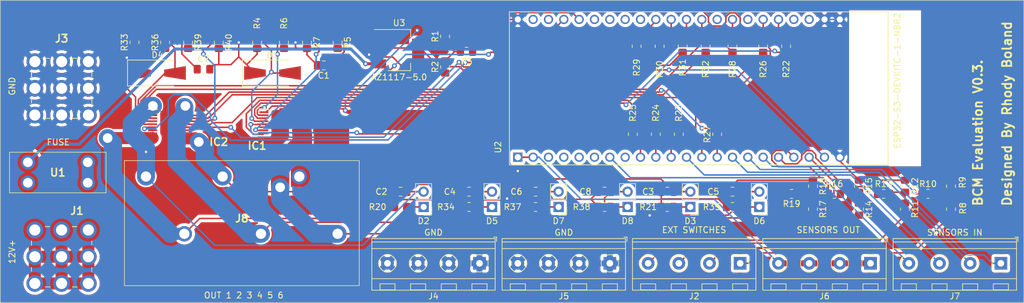
<source format=kicad_pcb>
(kicad_pcb (version 20221018) (generator pcbnew)
  (layers (0 "F.Cu" signal) (31 "B.Cu" signal) (34 "B.Paste" user) (35 "F.Paste" user) (36 "B.SilkS" user "B.Silkscreen") (37 "F.SilkS" user "F.Silkscreen") (38 "B.Mask" user) (39 "F.Mask" user) (44 "Edge.Cuts" user))
  (net 0 "")
  (net 1 "/Dual_CS")
  (net 2 "GND")
  (net 3 "/OUT0")
  (net 4 "/OUT4")
  (net 5 "/OUT1")
  (net 6 "/OUT5")
  (net 7 "/OUT2")
  (net 8 "/Quad_CS")
  (net 9 "/OUT3")
  (net 10 "Net-(D1-A)")
  (net 11 "Net-(D2-K)")
  (net 12 "Net-(D3-K)")
  (net 13 "Net-(D4-A)")
  (net 14 "Net-(D5-K)")
  (net 15 "Net-(D6-K)")
  (net 16 "Net-(D7-K)")
  (net 17 "Net-(D8-K)")
  (net 18 "/EXT_SWITCH0")
  (net 19 "/EXT_SWITCH1")
  (net 20 "/EXT_SWITCH2")
  (net 21 "/EXT_SWITCH3")
  (net 22 "+3V3")
  (net 23 "Net-(J7-Pin_1)")
  (net 24 "Net-(J7-Pin_2)")
  (net 25 "Net-(J7-Pin_3)")
  (net 26 "Net-(J7-Pin_4)")
  (net 27 "Net-(R1-Pad1)")
  (net 28 "+12V")
  (net 29 "/VBAT_ADC")
  (net 30 "Net-(IC1-CS)")
  (net 31 "Net-(IC1-FaultRST)")
  (net 32 "Net-(R10-Pad2)")
  (net 33 "/EXT0")
  (net 34 "Net-(R11-Pad1)")
  (net 35 "/EXT1")
  (net 36 "Net-(R14-Pad1)")
  (net 37 "/EXT2")
  (net 38 "Net-(R17-Pad1)")
  (net 39 "/EXT3")
  (net 40 "Net-(U2-GPIO21)")
  (net 41 "/Dual_SEN")
  (net 42 "Net-(U2-GPIO18)")
  (net 43 "/Dual_SEL")
  (net 44 "Net-(U2-GPIO17)")
  (net 45 "/Dual_INPUT1")
  (net 46 "Net-(U2-GPIO16)")
  (net 47 "/Dual_INPUT0")
  (net 48 "Net-(U2-GPIO47)")
  (net 49 "/Quad_SEL0")
  (net 50 "Net-(U2-GPIO46)")
  (net 51 "/Quad_SEL1")
  (net 52 "Net-(U2-GPIO45)")
  (net 53 "/Quad_SEN")
  (net 54 "Net-(U2-GPIO38)")
  (net 55 "/Quad_INPUT0")
  (net 56 "Net-(U2-GPIO37)")
  (net 57 "/Quad_INPUT1")
  (net 58 "Net-(U2-GPIO36)")
  (net 59 "/Quad_INPUT2")
  (net 60 "Net-(U2-GPIO35)")
  (net 61 "/Quad_INPUT3")
  (net 62 "Net-(IC2-~{FAULTRST})")
  (net 63 "Net-(IC2-CS)")
  (net 67 "Net-(U3-VI)")
  (net 68 "+5V")
  (footprint "Resistor_SMD:R_0805_2012Metric_Pad1.20x1.40mm_HandSolder" (layer "F.Cu") (at 151.765 130.54 -90)
    (fp_text reference "R18")
    (fp_text value "4K7")
  )
  (footprint "Capacitor_SMD:C_0805_2012Metric_Pad1.18x1.45mm_HandSolder" (layer "F.Cu") (at 94.785 131.445 180)
    (fp_text reference "C4")
    (fp_text value "10nF")
  )
  (footprint "Resistor_SMD:R_0805_2012Metric_Pad1.20x1.40mm_HandSolder" (layer "F.Cu") (at 117.2425 133.985)
    (fp_text reference "R38")
    (fp_text value "2K2")
  )
  (footprint "3568 Fuse Holder:3568" (layer "F.Cu") (at 21.71 129.97)
    (fp_text reference "U1")
    (fp_text value "3568" hide)
  )
  (footprint "Capacitor_SMD:C_0805_2012Metric_Pad1.18x1.45mm_HandSolder" (layer "F.Cu") (at 138.43 131.445 180)
    (fp_text reference "C5")
    (fp_text value "10nF")
  )
  (footprint "Resistor_SMD:R_0805_2012Metric_Pad1.20x1.40mm_HandSolder" (layer "F.Cu") (at 39.37 106.68 90)
    (fp_text reference "R33")
    (fp_text value "4K7")
  )
  (footprint "6.36 1x6 Term:1017519" (layer "F.Cu") (at 41.275 128.94)
    (fp_text reference "J8")
    (fp_text value "Output Header" hide)
  )
  (footprint "TerminalBlock_RND:TerminalBlock_RND_205-00234_1x04_P5.08mm_Horizontal" (layer "F.Cu") (at 161.29 143.335 180)
    (fp_text reference "J6")
    (fp_text value "SENSORS OUT")
  )
  (footprint "Resistor_SMD:R_0805_2012Metric_Pad1.20x1.40mm_HandSolder" (layer "F.Cu") (at 48.26 106.68 -90)
    (fp_text reference "R39")
    (fp_text value "15K")
  )
  (footprint "Resistor_SMD:R_0805_2012Metric_Pad1.20x1.40mm_HandSolder" (layer "F.Cu") (at 174.625 134.35 -90)
    (fp_text reference "R8")
    (fp_text value "15K")
  )
  (footprint "Resistor_SMD:R_0805_2012Metric_Pad1.20x1.40mm_HandSolder" (layer "F.Cu") (at 159.385 130.54 -90)
    (fp_text reference "R15")
    (fp_text value "4K7")
  )
  (footprint "Resistor_SMD:R_0805_2012Metric_Pad1.20x1.40mm_HandSolder" (layer "F.Cu") (at 90.83 105.68 90)
    (fp_text reference "R1")
    (fp_text value "15K")
  )
  (footprint "Resistor_SMD:R_0805_2012Metric_Pad1.20x1.40mm_HandSolder" (layer "F.Cu") (at 133.985 107.315 -90)
    (fp_text reference "R32")
    (fp_text value "15K")
  )
  (footprint "M4 Term:74650194R" (layer "F.Cu") (at 22.86 137.74)
    (fp_text reference "J1")
    (fp_text value "12V+ Terminal" hide)
  )
  (footprint "Capacitor_SMD:C_0805_2012Metric_Pad1.18x1.45mm_HandSolder" (layer "F.Cu") (at 83.455 131.445 180)
    (fp_text reference "C2")
    (fp_text value "10nF")
  )
  (footprint "Diode_SMD:D_SMA-SMB_Universal_Handsoldering" (layer "F.Cu") (at 43.18 111.76)
    (fp_text reference "D4")
    (fp_text value "ES1DL")
  )
  (footprint "Connector_PinHeader_2.54mm:PinHeader_1x02_P2.54mm_Vertical" (layer "F.Cu") (at 98.595 133.985 180)
    (fp_text reference "D5")
    (fp_text value "LED")
  )
  (footprint "Resistor_SMD:R_0805_2012Metric_Pad1.20x1.40mm_HandSolder" (layer "F.Cu") (at 151.765 134.35 -90)
    (fp_text reference "R17")
    (fp_text value "15K")
  )
  (footprint "ESP32-S3-DEVKITC-1-N8R2:XCVR_ESP32-S3-DEVKITC-1-N8R2" (layer "F.Cu") (at 132.84 114.3 90)
    (fp_text reference "U2")
    (fp_text value "ESP32-S3-DEVKITC-1-N8R2")
  )
  (footprint "Resistor_SMD:R_0805_2012Metric_Pad1.20x1.40mm_HandSolder" (layer "F.Cu") (at 73.025 106.68 -90)
    (fp_text reference "R5")
    (fp_text value "15K")
  )
  (footprint "Resistor_SMD:R_0805_2012Metric_Pad1.20x1.40mm_HandSolder" (layer "F.Cu") (at 122.555 107.315 -90)
    (fp_text reference "R29")
    (fp_text value "15K")
  )
  (footprint "Resistor_SMD:R_0805_2012Metric_Pad1.20x1.40mm_HandSolder" (layer "F.Cu") (at 64.135 106.68 90)
    (fp_text reference "R6")
    (fp_text value "15K")
  )
  (footprint "VNQ90xx:SOP50P600X170-17N" (layer "F.Cu") (at 45.085 120.015)
    (fp_text reference "IC2")
    (fp_text value "VNQ9080AJTR" hide)
  )
  (footprint "M4 Term:74650194R" (layer "F.Cu") (at 22.87 109.8)
    (fp_text reference "J3")
    (fp_text value "GND Terminal" hide)
  )
  (footprint "Resistor_SMD:R_0805_2012Metric_Pad1.20x1.40mm_HandSolder" (layer "F.Cu") (at 167.005 134.35 -90)
    (fp_text reference "R11")
    (fp_text value "15K")
  )
  (footprint "Resistor_SMD:R_0805_2012Metric_Pad1.20x1.40mm_HandSolder" (layer "F.Cu") (at 83.455 133.985)
    (fp_text reference "R20")
    (fp_text value "2K2")
  )
  (footprint "Resistor_SMD:R_0805_2012Metric_Pad1.20x1.40mm_HandSolder" (layer "F.Cu") (at 163.465 131.81)
    (fp_text reference "R13")
    (fp_text value "1K")
  )
  (footprint "Resistor_SMD:R_0805_2012Metric_Pad1.20x1.40mm_HandSolder" (layer "F.Cu") (at 127.635 133.985)
    (fp_text reference "R21")
    (fp_text value "2K2")
  )
  (footprint "Resistor_SMD:R_0805_2012Metric_Pad1.20x1.40mm_HandSolder" (layer "F.Cu") (at 155.305 131.81)
    (fp_text reference "R16")
    (fp_text value "1K")
  )
  (footprint "Resistor_SMD:R_0805_2012Metric_Pad1.20x1.40mm_HandSolder" (layer "F.Cu") (at 59.69 106.68 90)
    (fp_text reference "R4")
    (fp_text value "4K7")
  )
  (footprint "TerminalBlock_RND:TerminalBlock_RND_205-00234_1x04_P5.08mm_Horizontal" (layer "F.Cu") (at 96.52 143.335 180)
    (fp_text reference "J4")
    (fp_text value "GND")
  )
  (footprint "Connector_PinHeader_2.54mm:PinHeader_1x02_P2.54mm_Vertical" (layer "F.Cu") (at 131.445 133.985 180)
    (fp_text reference "D3")
    (fp_text value "LED")
  )
  (footprint "Resistor_SMD:R_0805_2012Metric_Pad1.20x1.40mm_HandSolder" (layer "F.Cu") (at 94.37 108.22 180)
    (fp_text reference "R3")
    (fp_text value "1K")
  )
  (footprint "TerminalBlock_RND:TerminalBlock_RND_205-00234_1x04_P5.08mm_Horizontal" (layer "F.Cu") (at 139.7 143.335 180)
    (fp_text reference "J2")
    (fp_text value "EXT SWITCHES")
  )
  (footprint "Resistor_SMD:R_0805_2012Metric_Pad1.20x1.40mm_HandSolder" (layer "F.Cu") (at 159.385 134.35 -90)
    (fp_text reference "R14")
    (fp_text value "15K")
  )
  (footprint "VND90xx:SOP50P600X170-17N" (layer "F.Cu") (at 63.5 120.015)
    (fp_text reference "IC1")
    (fp_text value "VND9012AJ" hide)
  )
  (footprint "Resistor_SMD:R_0805_2012Metric_Pad1.20x1.40mm_HandSolder" (layer "F.Cu") (at 44.45 106.68 90)
    (fp_text reference "R36")
    (fp_text value "15K")
  )
  (footprint "Package_TO_SOT_SMD:SOT-223-3_TabPin2" (layer "F.Cu") (at 83.21 107.95)
    (fp_text reference "U3")
    (fp_text value "AZ1117-5.0")
  )
  (footprint "Resistor_SMD:R_0805_2012Metric_Pad1.20x1.40mm_HandSolder" (layer "F.Cu") (at 138.43 107.315 -90)
    (fp_text reference "R28")
    (fp_text value "15K")
  )
  (footprint "Resistor_SMD:R_0805_2012Metric_Pad1.20x1.40mm_HandSolder" (layer "F.Cu") (at 53.34 106.68 -90)
    (fp_text reference "R40")
    (fp_text value "1K")
  )
  (footprint "Capacitor_SMD:C_0805_2012Metric_Pad1.18x1.45mm_HandSolder" (layer "F.Cu") (at 127.635 131.445 180)
    (fp_text reference "C3")
    (fp_text value "10nF")
  )
  (footprint "Connector_PinHeader_2.54mm:PinHeader_1x02_P2.54mm_Vertical" (layer "F.Cu") (at 109.6225 133.985 180)
    (fp_text reference "D7")
    (fp_text value "LED")
  )
  (footprint "Resistor_SMD:R_0805_2012Metric_Pad1.20x1.40mm_HandSolder" (layer "F.Cu") (at 148.225 131.81 180)
    (fp_text reference "R19")
    (fp_text value "1K")
  )
  (footprint "Resistor_SMD:R_0805_2012Metric_Pad1.20x1.40mm_HandSolder" (layer "F.Cu") (at 167.005 130.54 -90)
    (fp_text reference "R12")
    (fp_text value "4K7")
  )
  (footprint "Resistor_SMD:R_0805_2012Metric_Pad1.20x1.40mm_HandSolder" (layer "F.Cu") (at 135.89 121.92 90)
    (fp_text reference "R27")
    (fp_text value "15K")
  )
  (footprint "Diode_SMD:D_SMA-SMB_Universal_Handsoldering" (layer "F.Cu") (at 62.23 111.76)
    (fp_text reference "D1")
    (fp_text value "ES1DL")
  )
  (footprint "Connector_PinHeader_2.54mm:PinHeader_1x02_P2.54mm_Vertical" (layer "F.Cu") (at 142.875 133.985 180)
    (fp_text reference "D6")
    (fp_text value "LED")
  )
  (footprint "Resistor_SMD:R_0805_2012Metric_Pad1.20x1.40mm_HandSolder" (layer "F.Cu") (at 90.83 110.76 90)
    (fp_text reference "R2")
    (fp_text value "4K7")
  )
  (footprint "Capacitor_SMD:C_0805_2012Metric_Pad1.18x1.45mm_HandSolder" (layer "F.Cu") (at 117.2425 131.445 180)
    (fp_text reference "C8")
    (fp_text value "10nF")
  )
  (footprint "Resistor_SMD:R_0805_2012Metric_Pad1.20x1.40mm_HandSolder" (layer "F.Cu") (at 174.625 130.54 -90)
    (fp_text reference "R9")
    (fp_text value "4K7")
  )
  (footprint "Resistor_SMD:R_0805_2012Metric_Pad1.20x1.40mm_HandSolder" (layer "F.Cu") (at 105.8125 133.985)
    (fp_text reference "R37")
    (fp_text value "2K2")
  )
  (footprint "Connector_PinHeader_2.54mm:PinHeader_1x02_P2.54mm_Vertical" (layer "F.Cu") (at 121.0525 133.985 180)
    (fp_text reference "D8")
    (fp_text value "LED")
  )
  (footprint "Capacitor_SMD:C_0805_2012Metric_Pad1.18x1.45mm_HandSolder" (layer "F.Cu") (at 70.7175 110.49 180)
    (fp_text reference "C1")
    (fp_text value "10nF")
  )
  (footprint "Resistor_SMD:R_0805_2012Metric_Pad1.20x1.40mm_HandSolder" (layer "F.Cu") (at 129.54 121.92 90)
    (fp_text reference "R23")
    (fp_text value "15K")
  )
  (footprint "Resistor_SMD:R_0805_2012Metric_Pad1.20x1.40mm_HandSolder" (layer "F.Cu") (at 94.785 133.985)
    (fp_text reference "R34")
    (fp_text value "2K2")
  )
  (footprint "Connector_PinHeader_2.54mm:PinHeader_1x02_P2.54mm_Vertical" (layer "F.Cu") (at 87.265 133.985 180)
    (fp_text reference "D2")
    (fp_text value "LED")
  )
  (footprint "Resistor_SMD:R_0805_2012Metric_Pad1.20x1.40mm_HandSolder" (layer "F.Cu") (at 147.32 107.315 -90)
    (fp_text reference "R22")
    (fp_text value "15K")
  )
  (footprint "Resistor_SMD:R_0805_2012Metric_Pad1.20x1.40mm_HandSolder" (layer "F.Cu") (at 143.51 107.315 -90)
    (fp_text reference "R26")
    (fp_text value "15K")
  )
  (footprint "Capacitor_SMD:C_0805_2012Metric_Pad1.18x1.45mm_HandSolder" (layer "F.Cu") (at 50.8 111.125)
    (fp_text reference "C7")
    (fp_text value "10nF")
  )
  (footprint "Capacitor_SMD:C_0805_2012Metric_Pad1.18x1.45mm_HandSolder" (layer "F.Cu") (at 105.8125 131.445 180)
    (fp_text reference "C6")
    (fp_text value "10nF")
  )
  (footprint "Resistor_SMD:R_0805_2012Metric_Pad1.20x1.40mm_HandSolder" (layer "F.Cu") (at 138.43 133.985)
    (fp_text reference "R35")
    (fp_text value "2K2")
  )
  (footprint "TerminalBlock_RND:TerminalBlock_RND_205-00234_1x04_P5.08mm_Horizontal" (layer "F.Cu") (at 182.88 143.335 180)
    (fp_text reference "J7")
    (fp_text value "SENSORS IN")
  )
  (footprint "Resistor_SMD:R_0805_2012Metric_Pad1.20x1.40mm_HandSolder" (layer "F.Cu") (at 126.365 107.315 -90)
    (fp_text reference "R30")
    (fp_text value "15K")
  )
  (footprint "Resistor_SMD:R_0805_2012Metric_Pad1.20x1.40mm_HandSolder" (layer "F.Cu") (at 125.73 121.92 90)
    (fp_text reference "R24")
    (fp_text value "15K")
  )
  (footprint "Resistor_SMD:R_0805_2012Metric_Pad1.20x1.40mm_HandSolder" (layer "F.Cu") (at 130.175 107.315 -90)
    (fp_text reference "R31")
    (fp_text value "15K")
  )
  (footprint "TerminalBlock_RND:TerminalBlock_RND_205-00234_1x04_P5.08mm_Horizontal" (layer "F.Cu") (at 118.11 143.335 180)
    (fp_text reference "J5")
    (fp_text value "GND")
  )
  (footprint "Resistor_SMD:R_0805_2012Metric_Pad1.20x1.40mm_HandSolder" (layer "F.Cu") (at 170.815 131.81)
    (fp_text reference "R10")
    (fp_text value "1K")
  )
  (footprint "Resistor_SMD:R_0805_2012Metric_Pad1.20x1.40mm_HandSolder" (layer "F.Cu") (at 67.945 106.68 -90)
    (fp_text reference "R7")
    (fp_text value "1K")
  )
  (footprint "Resistor_SMD:R_0805_2012Metric_Pad1.20x1.40mm_HandSolder" (layer "F.Cu") (at 121.92 121.92 90)
    (fp_text reference "R25")
    (fp_text value "15K")
  )
  (gr_rect (start 17.145 99.695) (end 186.69 149.86) (stroke (width 0.1)) (fill none) (layer "Edge.Cuts"))
  (gr_text "FUSE" (at 24.765 123.825) (layer "F.SilkS") (effects (font (size 1 1)) (justify left bottom)))
  (gr_text "GND" (at 19.685 115.57 90) (layer "F.SilkS") (effects (font (size 1 1)) (justify left bottom)))
  (gr_text "BCM Evaluation V0.3. \n\nDesigned By Rhody Boland" (at 184.785 133.985 90) (layer "F.SilkS") (effects (font (size 1.5 1.5) (thickness 0.3) bold) (justify left bottom)))
  (gr_text "12V+" (at 19.685 143.51 90) (layer "F.SilkS") (effects (font (size 1 1)) (justify left bottom)))
  (gr_text "OUT 1 2 3 4 5 6" (at 50.8 149.225) (layer "F.SilkS") (effects (font (size 1 1)) (justify left bottom)))
  (segment (start 111.899 101.739) (end 113.03 102.87) (width 0.25) (layer "F.Cu") (net 1))
  (segment (start 71.869 110.49) (end 74.0986 108.2604) (width 0.25) (layer "F.Cu") (net 1))
  (segment (start 71.755 110.49) (end 71.869 110.49) (width 0.25) (layer "F.Cu") (net 1))
  (segment (start 74.0986 106.7536) (end 79.1132 101.739) (width 0.25) (layer "F.Cu") (net 1))
  (segment (start 74.0986 108.2604) (end 74.0986 106.7536) (width 0.25) (layer "F.Cu") (net 1))
  (segment (start 74.0986 106.7536) (end 73.025 105.68) (width 0.25) (layer "F.Cu") (net 1))
  (segment (start 79.1132 101.739) (end 111.899 101.739) (width 0.25) (layer "F.Cu") (net 1))
  (segment (start 82.4175 131.445) (end 82.4175 132.5285) (width 0.25) (layer "F.Cu") (net 2))
  (segment (start 39.37 107.68) (end 44.45 107.68) (width 0.25) (layer "F.Cu") (net 2))
  (segment (start 93.785 132.7954) (end 93.785 133.985) (width 0.25) (layer "F.Cu") (net 2))
  (segment (start 104.8929 131.5629) (end 104.775 131.445) (width 0.25) (layer "F.Cu") (net 2))
  (segment (start 100.8846 132.7954) (end 93.785 132.7954) (width 0.25) (layer "F.Cu") (net 2))
  (segment (start 125.238 135.382) (end 126.635 133.985) (width 0.25) (layer "F.Cu") (net 2))
  (segment (start 55.3403 110.3737) (end 53.34 110.3737) (width 0.25) (layer "F.Cu") (net 2))
  (segment (start 104.8125 132.7954) (end 104.8929 132.715) (width 0.25) (layer "F.Cu") (net 2))
  (segment (start 159.385 129.54) (end 156.21 126.365) (width 0.25) (layer "F.Cu") (net 2))
  (segment (start 51.8375 111.125) (end 52.5888 110.3737) (width 0.25) (layer "F.Cu") (net 2))
  (segment (start 78.735 106.875) (end 78.232 107.378) (width 0.25) (layer "F.Cu") (net 2))
  (segment (start 80.06 105.65) (end 80.06 106.875) (width 0.25) (layer "F.Cu") (net 2))
  (segment (start 80.06 105.65) (end 80.06 104.5731) (width 0.25) (layer "F.Cu") (net 2))
  (segment (start 156.21 126.365) (end 156.21 125.73) (width 0.25) (layer "F.Cu") (net 2))
  (segment (start 82.6469 132.7579) (end 93.7475 132.7579) (width 0.25) (layer "F.Cu") (net 2))
  (segment (start 69.68 110.49) (end 69.7478 110.5577) (width 0.25) (layer "F.Cu") (net 2))
  (segment (start 78.62 109.1) (end 78.6929 109.1) (width 0.25) (layer "F.Cu") (net 2))
  (segment (start 64.135 107.68) (end 66.294 107.68) (width 0.25) (layer "F.Cu") (net 2))
  (segment (start 114.9725 132.715) (end 116.2425 133.985) (width 0.25) (layer "F.Cu") (net 2))
  (segment (start 67.945 108.755) (end 69.68 110.49) (width 0.25) (layer "F.Cu") (net 2))
  (segment (start 56.642 109.072) (end 55.3403 110.3737) (width 0.25) (layer "F.Cu") (net 2))
  (segment (start 93.7475 131.445) (end 93.7475 132.7579) (width 0.25) (layer "F.Cu") (net 2))
  (segment (start 174.625 129.54) (end 167.005 129.54) (width 0.25) (layer "F.Cu") (net 2))
  (segment (start 126.635 131.4825) (end 126.635 132.638) (width 0.25) (layer "F.Cu") (net 2))
  (segment (start 66.04 107.426) (end 66.294 107.68) (width 0.25) (layer "F.Cu") (net 2))
  (segment (start 52.5888 110.3737) (end 53.34 110.3737) (width 0.25) (layer "F.Cu") (net 2))
  (segment (start 78.6929 109.1) (end 82.1346 109.1) (width 0.25) (layer "F.Cu") (net 2))
  (segment (start 59.69 108.6274) (end 57.9437 110.3737) (width 0.25) (layer "F.Cu") (net 2))
  (segment (start 167.005 129.54) (end 159.385 129.54) (width 0.25) (layer "F.Cu") (net 2))
  (segment (start 139.2975 129.54) (end 137.3925 131.445) (width 0.25) (layer "F.Cu") (net 2))
  (segment (start 38.385 108.935) (end 38.385 108.665) (width 0.25) (layer "F.Cu") (net 2))
  (segment (start 151.765 129.54) (end 139.2975 129.54) (width 0.25) (layer "F.Cu") (net 2))
  (segment (start 136.1995 132.638) (end 136.1995 132.7545) (width 0.25) (layer "F.Cu") (net 2))
  (segment (start 38.1 109.22) (end 38.385 109.505) (width 0.25) (layer "F.Cu") (net 2))
  (segment (start 104.8929 132.715) (end 104.8929 131.5629) (width 0.25) (layer "F.Cu") (net 2))
  (segment (start 57.9437 110.3737) (end 59.33 111.76) (width 0.25) (layer "F.Cu") (net 2))
  (segment (start 104.8125 133.985) (end 104.8125 132.7954) (width 0.25) (layer "F.Cu") (net 2))
  (segment (start 126.635 132.638) (end 136.1995 132.638) (width 0.25) (layer "F.Cu") (net 2))
  (segment (start 78.232 108.712) (end 78.62 109.1) (width 0.25) (layer "F.Cu") (net 2))
  (segment (start 101.092 132.588) (end 100.8846 132.7954) (width 0.25) (layer "F.Cu") (net 2))
  (segment (start 126.635 132.638) (end 126.635 133.985) (width 0.25) (layer "F.Cu") (net 2))
  (segment (start 114.9725 132.715) (end 114.9725 132.6775) (width 0.25) (layer "F.Cu") (net 2))
  (segment (start 82.455 133.985) (end 82.455 132.9498) (width 0.25) (layer "F.Cu") (net 2))
  (segment (start 101.2994 132.7954) (end 101.092 132.588) (width 0.25) (layer "F.Cu") (net 2))
  (segment (start 38.385 108.665) (end 39.37 107.68) (width 0.25) (layer "F.Cu") (net 2))
  (segment (start 56.642 106.68) (end 56.642 109.072) (width 0.25) (layer "F.Cu") (net 2))
  (segment (start 66.294 107.68) (end 67.945 107.68) (width 0.25) (layer "F.Cu") (net 2))
  (segment (start 66.04 106.68) (end 66.04 107.426) (width 0.25) (layer "F.Cu") (net 2))
  (segment (start 38.385 109.865) (end 40.28 111.76) (width 0.25) (layer "F.Cu") (net 2))
  (segment (start 67.945 107.68) (end 67.945 108.755) (width 0.25) (layer "F.Cu") (net 2))
  (segment (start 104.8929 132.715) (end 114.9725 132.715) (width 0.25) (layer "F.Cu") (net 2))
  (segment (start 124.714 135.382) (end 125.238 135.382) (width 0.25) (layer "F.Cu") (net 2))
  (segment (start 80.06 106.875) (end 78.735 106.875) (width 0.25) (layer "F.Cu") (net 2))
  (segment (start 136.1995 132.7545) (end 137.43 133.985) (width 0.25) (layer "F.Cu") (net 2))
  (segment (start 82.4175 132.5285) (end 82.6469 132.7579) (width 0.25) (layer "F.Cu") (net 2))
  (segment (start 102.87 102.87) (end 81.7631 102.87) (width 0.25) (layer "F.Cu") (net 2))
  (segment (start 81.7631 102.87) (end 80.06 104.5731) (width 0.25) (layer "F.Cu") (net 2))
  (segment (start 93.7475 132.7579) (end 93.785 132.7954) (width 0.25) (layer "F.Cu") (net 2))
  (segment (start 38.1 109.22) (end 38.385 108.935) (width 0.25) (layer "F.Cu") (net 2))
  (segment (start 38.385 109.865) (end 38.385 109.505) (width 0.25) (layer "F.Cu") (net 2))
  (segment (start 84.7946 111.76) (end 90.83 111.76) (width 0.25) (layer "F.Cu") (net 2))
  (segment (start 114.9725 132.6775) (end 116.205 131.445) (width 0.25) (layer "F.Cu") (net 2))
  (segment (start 126.5975 131.445) (end 126.635 131.4825) (width 0.25) (layer "F.Cu") (net 2))
  (segment (start 56.642 109.072) (end 57.9437 110.3737) (width 0.25) (layer "F.Cu") (net 2))
  (segment (start 104.8125 132.7954) (end 101.2994 132.7954) (width 0.25) (layer "F.Cu") (net 2))
  (segment (start 82.1346 109.1) (end 84.7946 111.76) (width 0.25) (layer "F.Cu") (net 2))
  (segment (start 59.69 107.68) (end 59.69 108.6274) (width 0.25) (layer "F.Cu") (net 2))
  (segment (start 53.34 110.3737) (end 53.34 107.68) (width 0.25) (layer "F.Cu") (net 2))
  (segment (start 82.455 132.9498) (end 82.6469 132.7579) (width 0.25) (layer "F.Cu") (net 2))
  (segment (start 136.1995 132.638) (end 137.3925 131.445) (width 0.25) (layer "F.Cu") (net 2))
  (segment (start 78.232 107.378) (end 78.232 108.712) (width 0.25) (layer "F.Cu") (net 2))
  (via (at 38.1 109.22) (size 0.8) (drill 0.4) (layers "F.Cu" "B.Cu") (net 2))
  (via (at 56.642 106.68) (size 0.8) (drill 0.4) (layers "F.Cu" "B.Cu") (net 2))
  (via (at 101.092 132.588) (size 0.8) (drill 0.4) (layers "F.Cu" "B.Cu") (net 2))
  (via (at 78.232 108.712) (size 0.8) (drill 0.4) (layers "F.Cu" "B.Cu") (net 2))
  (via (at 124.714 135.382) (size 0.8) (drill 0.4) (layers "F.Cu" "B.Cu") (net 2))
  (via (at 66.04 106.68) (size 0.8) (drill 0.4) (layers "F.Cu" "B.Cu") (net 2))
  (segment (start 153.67 102.87) (end 156.21 102.87) (width 0.25) (layer "B.Cu") (net 2))
  (segment (start 42.4295 117.215498) (end 42.4295 117.3595) (width 2) (layer "F.Cu") (net 3))
  (segment (start 42.4295 117.3595) (end 42.385 117.404) (width 2) (layer "F.Cu") (net 3))
  (segment (start 42.385 117.404) (end 42.385 117.415) (width 2) (layer "F.Cu") (net 3))
  (segment (start 42.4861 118.1639) (end 42.385 118.265) (width 0.25) (layer "F.Cu") (net 3))
  (segment (start 84.4925 131.445) (end 87.265 131.445) (width 0.25) (layer "F.Cu") (net 3))
  (via (at 42.4295 117.215498) (size 2.4) (drill 1.6) (layers "F.Cu" "B.Cu") (net 3))
  (segment (start 38.9248 121.873749) (end 41.275 124.223949) (width 3) (layer "B.Cu") (net 3))
  (segment (start 41.843353 117.215498) (end 38.9248 120.134051) (width 3) (layer "B.Cu") (net 3))
  (segment (start 42.4295 117.215498) (end 42.4861 117.272098) (width 2) (layer "B.Cu") (net 3))
  (segment (start 41.275 124.223949) (end 41.275 128.94) (width 3) (layer "B.Cu") (net 3))
  (segment (start 42.4295 117.215498) (end 41.843353 117.215498) (width 3) (layer "B.Cu") (net 3))
  (segment (start 86.0881 131.445) (end 77.1981 140.335) (width 0.25) (layer "B.Cu") (net 3))
  (segment (start 87.265 131.445) (end 86.0881 131.445) (width 0.25) (layer "B.Cu") (net 3))
  (segment (start 77.1981 140.335) (end 52.67 140.335) (width 0.25) (layer "B.Cu") (net 3))
  (segment (start 38.9248 120.134051) (end 38.9248 121.873749) (width 3) (layer "B.Cu") (net 3))
  (segment (start 52.67 140.335) (end 41.275 128.94) (width 0.25) (layer "B.Cu") (net 3))
  (segment (start 128.6725 131.445) (end 130.2681 131.445) (width 0.25) (layer "F.Cu") (net 4))
  (segment (start 78.961504 129.3346) (end 78.121104 130.175) (width 0.25) (layer "F.Cu") (net 4))
  (segment (start 68.5119 130.175) (end 67.2769 128.94) (width 0.25) (layer "F.Cu") (net 4))
  (segment (start 128.6725 131.445) (end 126.5621 129.3346) (width 0.25) (layer "F.Cu") (net 4))
  (segment (start 78.121104 130.175) (end 68.5119 130.175) (width 0.25) (layer "F.Cu") (net 4))
  (segment (start 126.5621 129.3346) (end 78.961504 129.3346) (width 0.25) (layer "F.Cu") (net 4))
  (segment (start 131.445 131.445) (end 130.2681 131.445) (width 0.25) (layer "F.Cu") (net 4))
  (segment (start 79.6405 130.2493) (end 73.9998 135.89) (width 0.25) (layer "F.Cu") (net 5))
  (segment (start 73.9998 135.89) (end 50.175 135.89) (width 0.25) (layer "F.Cu") (net 5))
  (segment (start 97.4181 131.445) (end 95.8225 131.445) (width 0.25) (layer "F.Cu") (net 5))
  (segment (start 42.385 122.555) (end 42.385 121.765) (width 0.5) (layer "F.Cu") (net 5))
  (segment (start 34.925 122.555) (end 42.385 122.555) (width 2) (layer "F.Cu") (net 5))
  (segment (start 95.8225 131.445) (end 94.6268 130.2493) (width 0.25) (layer "F.Cu") (net 5))
  (segment (start 98.595 131.445) (end 97.4181 131.445) (width 0.25) (layer "F.Cu") (net 5))
  (segment (start 94.6268 130.2493) (end 79.6405 130.2493) (width 0.25) (layer "F.Cu") (net 5))
  (segment (start 50.175 135.89) (end 47.625 138.44) (width 0.25) (layer "F.Cu") (net 5))
  (via (at 34.925 122.555) (size 2.4) (drill 1.6) (layers "F.Cu" "B.Cu") (net 5))
  (segment (start 34.925 122.555) (end 35.814 123.444) (width 3) (layer "B.Cu") (net 5))
  (segment (start 35.814 128.905) (end 45.349 138.44) (width 3) (layer "B.Cu") (net 5))
  (segment (start 45.349 138.44) (end 47.625 138.44) (width 2) (layer "B.Cu") (net 5))
  (segment (start 35.814 123.444) (end 35.814 128.905) (width 3) (layer "B.Cu") (net 5))
  (segment (start 100.965 144.145) (end 100.965 139.065) (width 0.25) (layer "F.Cu") (net 6))
  (segment (start 102.235 145.415) (end 100.965 144.145) (width 0.25) (layer "F.Cu") (net 6))
  (segment (start 142.875 131.445) (end 141.6981 131.445) (width 0.25) (layer "F.Cu") (net 6))
  (segment (start 100.965 139.065) (end 100.33 138.43) (width 0.25) (layer "F.Cu") (net 6))
  (segment (start 138.43 132.4825) (end 138.43 134.6326) (width 0.25) (layer "F.Cu") (net 6))
  (segment (start 139.4675 131.445) (end 141.6981 131.445) (width 0.25) (layer "F.Cu") (net 6))
  (segment (start 130.2701 135.35) (end 120.2051 145.415) (width 0.25) (layer "F.Cu") (net 6))
  (segment (start 120.2051 145.415) (end 102.235 145.415) (width 0.25) (layer "F.Cu") (net 6))
  (segment (start 100.33 138.43) (end 73.035 138.43) (width 0.25) (layer "F.Cu") (net 6))
  (segment (start 73.035 138.43) (end 73.025 138.44) (width 0.25) (layer "F.Cu") (net 6))
  (segment (start 137.7126 135.35) (end 130.2701 135.35) (width 0.25) (layer "F.Cu") (net 6))
  (segment (start 139.4675 131.445) (end 138.43 132.4825) (width 0.25) (layer "F.Cu") (net 6))
  (segment (start 66.2 120.65) (end 66.2 120.765) (width 0.25) (layer "F.Cu") (net 6))
  (segment (start 138.43 134.6326) (end 137.7126 135.35) (width 0.25) (layer "F.Cu") (net 6))
  (via (at 63.5 130.7205) (size 2.4) (drill 1.6) (layers "F.Cu" "B.Cu") (net 6))
  (segment (start 63.5 132.715) (end 63.5 130.7205) (width 3) (layer "B.Cu") (net 6))
  (segment (start 73.025 138.44) (end 69.225 138.44) (width 3) (layer "B.Cu") (net 6))
  (segment (start 69.225 138.44) (end 63.5 132.715) (width 3) (layer "B.Cu") (net 6))
  (segment (start 62.868324 132.2455) (end 62.067824 131.445) (width 0.25) (layer "F.Cu") (net 7))
  (segment (start 106.85 131.445) (end 108.4456 131.445) (width 0.25) (layer "F.Cu") (net 7))
  (segment (start 109.6225 131.445) (end 108.4456 131.445) (width 0.25) (layer "F.Cu") (net 7))
  (segment (start 106.85 131.445) (end 105.1896 129.7846) (width 0.25) (layer "F.Cu") (net 7))
  (segment (start 56.48 131.445) (end 53.975 128.94) (width 0.25) (layer "F.Cu") (net 7))
  (segment (start 105.1896 129.7846) (end 79.1479 129.7846) (width 0.25) (layer "F.Cu") (net 7))
  (segment (start 77.4875 131.445) (end 64.932176 131.445) (width 0.25) (layer "F.Cu") (net 7))
  (segment (start 64.932176 131.445) (end 64.131676 132.2455) (width 0.25) (layer "F.Cu") (net 7))
  (segment (start 79.1479 129.7846) (end 77.4875 131.445) (width 0.25) (layer "F.Cu") (net 7))
  (segment (start 64.131676 132.2455) (end 62.868324 132.2455) (width 0.25) (layer "F.Cu") (net 7))
  (segment (start 49.4495 122.615) (end 47.785 122.615) (width 2) (layer "F.Cu") (net 7))
  (segment (start 50.0245 123.19) (end 49.4495 122.615) (width 2) (layer "F.Cu") (net 7))
  (segment (start 62.067824 131.445) (end 56.48 131.445) (width 0.25) (layer "F.Cu") (net 7))
  (via (at 50.0245 123.19) (size 2.4) (drill 1.6) (layers "F.Cu" "B.Cu") (net 7))
  (segment (start 50.0245 123.19) (end 51.0301 124.1956) (width 3) (layer "B.Cu") (net 7))
  (segment (start 51.0301 124.1956) (end 51.0301 125.9951) (width 3) (layer "B.Cu") (net 7))
  (segment (start 51.0301 125.9951) (end 53.975 128.94) (width 3) (layer "B.Cu") (net 7))
  (segment (start 137.978507 101.78) (end 137.34 102.418507) (width 0.25) (layer "F.Cu") (net 8))
  (segment (start 49.546 104.394) (end 48.26 105.68) (width 0.25) (layer "F.Cu") (net 8))
  (segment (start 135.078507 103.96) (end 134.44 103.321493) (width 0.25) (layer "F.Cu") (net 8))
  (segment (start 139.7 104.1221) (end 139.7 102.598507) (width 0.25) (layer "F.Cu") (net 8))
  (segment (start 144.69 107.812695) (end 144.209605 107.3323) (width 0.25) (layer "F.Cu") (net 8))
  (segment (start 137.34 102.418507) (end 137.34 103.321493) (width 0.25) (layer "F.Cu") (net 8))
  (segment (start 144.69 109.056) (end 144.69 107.812695) (width 0.25) (layer "F.Cu") (net 8))
  (segment (start 134.44 103.321493) (end 134.44 102.418507) (width 0.25) (layer "F.Cu") (net 8))
  (segment (start 133.35 125.73) (end 133.35 122.428) (width 0.25) (layer "F.Cu") (net 8))
  (segment (start 136.701493 103.96) (end 135.078507 103.96) (width 0.25) (layer "F.Cu") (net 8))
  (segment (start 133.310493 101.289) (end 78.926804 101.289) (width 0.25) (layer "F.Cu") (net 8))
  (segment (start 132.334 116.84) (end 132.8927 116.2813) (width 0.25) (layer "F.Cu") (net 8))
  (segment (start 134.44 102.418507) (end 133.310493 101.289) (width 0.25) (layer "F.Cu") (net 8))
  (segment (start 138.881493 101.78) (end 137.978507 101.78) (width 0.25) (layer "F.Cu") (net 8))
  (segment (start 47.2226 106.7174) (end 48.26 105.68) (width 0.25) (layer "F.Cu") (net 8))
  (segment (start 78.926804 101.289) (end 75.821804 104.394) (width 0.25) (layer "F.Cu") (net 8))
  (segment (start 75.821804 104.394) (end 49.546 104.394) (width 0.25) (layer "F.Cu") (net 8))
  (segment (start 139.7 102.598507) (end 138.881493 101.78) (width 0.25) (layer "F.Cu") (net 8))
  (segment (start 137.34 103.321493) (end 136.701493 103.96) (width 0.25) (layer "F.Cu") (net 8))
  (segment (start 132.8927 116.2813) (end 137.4647 116.2813) (width 0.25) (layer "F.Cu") (net 8))
  (segment (start 133.35 122.428) (end 132.334 121.412) (width 0.25) (layer "F.Cu") (net 8))
  (segment (start 142.9102 107.3323) (end 139.7 104.1221) (width 0.25) (layer "F.Cu") (net 8))
  (segment (start 132.334 121.412) (end 132.334 116.84) (width 0.25) (layer "F.Cu") (net 8))
  (segment (start 144.209605 107.3323) (end 142.9102 107.3323) (width 0.25) (layer "F.Cu") (net 8))
  (segment (start 137.4647 116.2813) (end 144.69 109.056) (width 0.25) (layer "F.Cu") (net 8))
  (segment (start 49.7625 111.125) (end 47.2226 108.5851) (width 0.25) (layer "F.Cu") (net 8))
  (segment (start 47.2226 108.5851) (end 47.2226 106.7174) (width 0.25) (layer "F.Cu") (net 8))
  (segment (start 121.0525 131.445) (end 119.8756 131.445) (width 0.25) (layer "F.Cu") (net 9))
  (segment (start 62.24 136.525) (end 115.3328 136.525) (width 0.25) (layer "F.Cu") (net 9))
  (segment (start 117.2425 134.6153) (end 117.2425 132.4825) (width 0.25) (layer "F.Cu") (net 9))
  (segment (start 47.785 118.265) (end 47.785 117.232599) (width 0.25) (layer "F.Cu") (net 9))
  (segment (start 117.2425 132.4825) (end 118.28 131.445) (width 0.25) (layer "F.Cu") (net 9))
  (segment (start 118.28 131.445) (end 119.8756 131.445) (width 0.25) (layer "F.Cu") (net 9))
  (segment (start 47.785 117.232599) (end 47.802101 117.215498) (width 0.25) (layer "F.Cu") (net 9))
  (segment (start 60.325 138.44) (end 62.24 136.525) (width 0.25) (layer "F.Cu") (net 9))
  (segment (start 47.802101 117.215498) (end 48.26 117.673397) (width 0.25) (layer "F.Cu") (net 9))
  (segment (start 115.3328 136.525) (end 117.2425 134.6153) (width 0.25) (layer "F.Cu") (net 9))
  (segment (start 48.26 117.673397) (end 48.26 117.79) (width 0.25) (layer "F.Cu") (net 9))
  (via (at 47.802101 117.215498) (size 2.4) (drill 1.6) (layers "F.Cu" "B.Cu") (net 9))
  (segment (start 47.802101 117.215498) (end 47.625 117.392599) (width 2) (layer "B.Cu") (net 9))
  (segment (start 58.43 138.44) (end 60.325 138.44) (width 3) (layer "B.Cu") (net 9))
  (segment (start 46.355 120.05594) (end 46.355 126.365) (width 3) (layer "B.Cu") (net 9))
  (segment (start 47.625 117.392599) (end 47.625 118.78594) (width 3) (layer "B.Cu") (net 9))
  (segment (start 46.355 126.365) (end 58.43 138.44) (width 3) (layer "B.Cu") (net 9))
  (segment (start 47.625 118.78594) (end 46.355 120.05594) (width 3) (layer "B.Cu") (net 9))
  (segment (start 59.69 105.68) (end 62.0493 108.0393) (width 0.25) (layer "F.Cu") (net 10))
  (segment (start 62.2038 111.76) (end 62.0493 111.6055) (width 0.25) (layer "F.Cu") (net 10))
  (segment (start 59.2703 119.765) (end 58.7965 119.2912) (width 0.25) (layer "F.Cu") (net 10))
  (segment (start 65.13 111.76) (end 62.2038 111.76) (width 0.25) (layer "F.Cu") (net 10))
  (segment (start 60.8 119.765) (end 59.2703 119.765) (width 0.25) (layer "F.Cu") (net 10))
  (segment (start 62.0493 108.0393) (end 62.0493 111.6055) (width 0.25) (layer "F.Cu") (net 10))
  (via (at 62.0493 111.6055) (size 0.8) (drill 0.4) (layers "F.Cu" "B.Cu") (net 10))
  (via (at 58.7965 119.2912) (size 0.8) (drill 0.4) (layers "F.Cu" "B.Cu") (net 10))
  (segment (start 62.0493 111.6055) (end 58.7965 114.8583) (width 0.25) (layer "B.Cu") (net 10))
  (segment (start 58.7965 114.8583) (end 58.7965 119.2912) (width 0.25) (layer "B.Cu") (net 10))
  (segment (start 84.455 133.985) (end 87.265 133.985) (width 0.25) (layer "F.Cu") (net 11))
  (segment (start 128.635 133.985) (end 131.445 133.985) (width 0.25) (layer "F.Cu") (net 12))
  (segment (start 46.08 111.76) (end 46.08 107.6682) (width 0.25) (layer "F.Cu") (net 13))
  (segment (start 40.005 118.762) (end 41.008 119.765) (width 0.25) (layer "F.Cu") (net 13))
  (segment (start 41.008 119.765) (end 42.385 119.765) (width 0.25) (layer "F.Cu") (net 13))
  (segment (start 44.45 111.76) (end 40.005 116.205) (width 0.25) (layer "F.Cu") (net 13))
  (segment (start 40.005 116.205) (end 40.005 118.762) (width 0.25) (layer "F.Cu") (net 13))
  (segment (start 40.4312 106.7412) (end 39.37 105.68) (width 0.25) (layer "F.Cu") (net 13))
  (segment (start 46.08 111.76) (end 44.45 111.76) (width 0.25) (layer "F.Cu") (net 13))
  (segment (start 46.08 107.6682) (end 45.153 106.7412) (width 0.25) (layer "F.Cu") (net 13))
  (segment (start 45.153 106.7412) (end 40.4312 106.7412) (width 0.25) (layer "F.Cu") (net 13))
  (segment (start 95.785 133.985) (end 98.595 133.985) (width 0.25) (layer "F.Cu") (net 14))
  (segment (start 139.43 133.985) (end 142.875 133.985) (width 0.25) (layer "F.Cu") (net 15))
  (segment (start 106.8125 133.985) (end 109.6225 133.985) (width 0.25) (layer "F.Cu") (net 16))
  (segment (start 118.2425 133.985) (end 121.0525 133.985) (width 0.25) (layer "F.Cu") (net 17))
  (segment (start 141.0769 143.335) (end 142.8069 141.605) (width 0.25) (layer "F.Cu") (net 18))
  (segment (start 168.37 141.605) (end 174.625 135.35) (width 0.25) (layer "F.Cu") (net 18))
  (segment (start 139.7 143.335) (end 141.0769 143.335) (width 0.25) (layer "F.Cu") (net 18))
  (segment (start 142.8069 141.605) (end 168.37 141.605) (width 0.25) (layer "F.Cu") (net 18))
  (segment (start 137.9584 139.9966) (end 134.62 143.335) (width 0.25) (layer "F.Cu") (net 19))
  (segment (start 167.005 135.35) (end 162.3584 139.9966) (width 0.25) (layer "F.Cu") (net 19))
  (segment (start 162.3584 139.9966) (end 137.9584 139.9966) (width 0.25) (layer "F.Cu") (net 19))
  (segment (start 155.2401 139.4949) (end 159.385 135.35) (width 0.25) (layer "F.Cu") (net 20))
  (segment (start 129.54 143.335) (end 133.3801 139.4949) (width 0.25) (layer "F.Cu") (net 20))
  (segment (start 133.3801 139.4949) (end 155.2401 139.4949) (width 0.25) (layer "F.Cu") (net 20))
  (segment (start 124.46 143.335) (end 131.9931 135.8019) (width 0.25) (layer "F.Cu") (net 21))
  (segment (start 151.3131 135.8019) (end 151.765 135.35) (width 0.25) (layer "F.Cu") (net 21))
  (segment (start 131.9931 135.8019) (end 151.3131 135.8019) (width 0.25) (layer "F.Cu") (net 21))
  (segment (start 156.21 143.335) (end 161.29 143.335) (width 1) (layer "F.Cu") (net 22))
  (segment (start 102.87 125.73) (end 105.41 125.73) (width 0.25) (layer "F.Cu") (net 22))
  (segment (start 151.13 143.335) (end 156.21 143.335) (width 1) (layer "F.Cu") (net 22))
  (segment (start 146.05 143.335) (end 151.13 143.335) (width 1) (layer "F.Cu") (net 22))
  (segment (start 146.05 143.335) (end 135.4301 132.7151) (width 0.25) (layer "B.Cu") (net 22))
  (segment (start 106.3883 125.73) (end 105.41 125.73) (width 0.25) (layer "B.Cu") (net 22))
  (segment (start 135.4301 132.7151) (end 113.3734 132.7151) (width 0.25) (layer "B.Cu") (net 22))
  (segment (start 113.3734 132.7151) (end 106.3883 125.73) (width 0.25) (layer "B.Cu") (net 22))
  (segment (start 180.1262 141.9581) (end 181.5031 143.335) (width 0.25) (layer "B.Cu") (net 23))
  (segment (start 143.0153 127.7753) (end 163.144 127.7753) (width 0.25) (layer "B.Cu") (net 23))
  (segment (start 177.3268 141.9581) (end 180.1262 141.9581) (width 0.25) (layer "B.Cu") (net 23))
  (segment (start 163.144 127.7753) (end 177.3268 141.9581) (width 0.25) (layer "B.Cu") (net 23))
  (segment (start 181.5031 143.335) (end 182.88 143.335) (width 0.25) (layer "B.Cu") (net 23))
  (segment (start 140.97 125.73) (end 143.0153 127.7753) (width 0.25) (layer "B.Cu") (net 23))
  (segment (start 140.9253 128.2253) (end 162.6903 128.2253) (width 0.25) (layer "B.Cu") (net 24))
  (segment (start 162.6903 128.2253) (end 177.8 143.335) (width 0.25) (layer "B.Cu") (net 24))
  (segment (start 138.43 125.73) (end 140.9253 128.2253) (width 0.25) (layer "B.Cu") (net 24))
  (segment (start 158.0622 128.6772) (end 172.72 143.335) (width 0.25) (layer "B.Cu") (net 25))
  (segment (start 130.81 125.73) (end 133.7572 128.6772) (width 0.25) (layer "B.Cu") (net 25))
  (segment (start 133.7572 128.6772) (end 158.0622 128.6772) (width 0.25) (layer "B.Cu") (net 25))
  (segment (start 121.5091 129.1291) (end 153.4341 129.1291) (width 0.25) (layer "B.Cu") (net 26))
  (segment (start 118.11 125.73) (end 121.5091 129.1291) (width 0.25) (layer "B.Cu") (net 26))
  (segment (start 153.4341 129.1291) (end 167.64 143.335) (width 0.25) (layer "B.Cu") (net 26))
  (segment (start 90.83 106.68) (end 92.37 108.22) (width 0.25) (layer "F.Cu") (net 27))
  (segment (start 92.37 108.22) (end 90.83 109.76) (width 0.25) (layer "F.Cu") (net 27))
  (segment (start 93.37 108.22) (end 92.37 108.22) (width 0.25) (layer "F.Cu") (net 27))
  (segment (start 63.5 117.6958) (end 63.5 120.015) (width 0.25) (layer "F.Cu") (net 28))
  (segment (start 90.83 104.68) (end 86.2072 104.68) (width 0.25) (layer "F.Cu") (net 28))
  (segment (start 74.0127 117.6958) (end 63.5 117.6958) (width 0.25) (layer "F.Cu") (net 28))
  (segment (start 74.295 117.9781) (end 74.0127 117.6958) (width 0.25) (layer "F.Cu") (net 28))
  (via (at 74.295 117.9781) (size 0.8) (drill 0.4) (layers "F.Cu" "B.Cu") (net 28))
  (via (at 86.2072 104.68) (size 0.8) (drill 0.4) (layers "F.Cu" "B.Cu") (net 28))
  (segment (start 74.295 116.5922) (end 86.2072 104.68) (width 0.25) (layer "B.Cu") (net 28))
  (segment (start 31.63 126.57) (end 31.63 129.97) (width 2) (layer "B.Cu") (net 28))
  (segment (start 74.295 117.9781) (end 74.295 116.5922) (width 0.25) (layer "B.Cu") (net 28))
  (segment (start 108.436 104.924) (end 110.49 102.87) (width 0.25) (layer "F.Cu") (net 29))
  (segment (start 95.37 108.22) (end 98.666 104.924) (width 0.25) (layer "F.Cu") (net 29))
  (segment (start 98.666 104.924) (end 108.436 104.924) (width 0.25) (layer "F.Cu") (net 29))
  (segment (start 69.945 108.1655) (end 69.945 107.68) (width 0.25) (layer "F.Cu") (net 30))
  (segment (start 69.4601 108.6504) (end 69.945 108.1655) (width 0.25) (layer "F.Cu") (net 30))
  (segment (start 60.8 121.265) (end 59.5059 121.265) (width 0.25) (layer "F.Cu") (net 30))
  (segment (start 59.5059 121.265) (end 59.4339 121.193) (width 0.25) (layer "F.Cu") (net 30))
  (segment (start 69.945 107.68) (end 67.945 105.68) (width 0.25) (layer "F.Cu") (net 30))
  (segment (start 73.025 107.68) (end 69.945 107.68) (width 0.25) (layer "F.Cu") (net 30))
  (via (at 59.4339 121.193) (size 0.8) (drill 0.4) (layers "F.Cu" "B.Cu") (net 30))
  (via (at 69.4601 108.6504) (size 0.8) (drill 0.4) (layers "F.Cu" "B.Cu") (net 30))
  (segment (start 69.4601 108.6504) (end 69.4601 111.1668) (width 0.25) (layer "B.Cu") (net 30))
  (segment (start 69.4601 111.1668) (end 59.4339 121.193) (width 0.25) (layer "B.Cu") (net 30))
  (segment (start 59.9377 118.765) (end 59.7231 118.5504) (width 0.25) (layer "F.Cu") (net 31))
  (segment (start 60.22 117.4796) (end 60.9016 117.4796) (width 0.25) (layer "F.Cu") (net 31))
  (segment (start 64.135 105.68) (end 63.0609 106.7541) (width 0.25) (layer "F.Cu") (net 31))
  (segment (start 60.8 118.765) (end 59.9377 118.765) (width 0.25) (layer "F.Cu") (net 31))
  (segment (start 63.0609 106.7541) (end 63.0609 108.6324) (width 0.25) (layer "F.Cu") (net 31))
  (segment (start 59.7231 118.5504) (end 59.7231 117.9765) (width 0.25) (layer "F.Cu") (net 31))
  (segment (start 59.7231 117.9765) (end 60.22 117.4796) (width 0.25) (layer "F.Cu") (net 31))
  (via (at 60.9016 117.4796) (size 0.8) (drill 0.4) (layers "F.Cu" "B.Cu") (net 31))
  (via (at 63.0609 108.6324) (size 0.8) (drill 0.4) (layers "F.Cu" "B.Cu") (net 31))
  (segment (start 63.0609 115.3203) (end 63.0609 108.6324) (width 0.25) (layer "B.Cu") (net 31))
  (segment (start 60.9016 117.4796) (end 63.0609 115.3203) (width 0.25) (layer "B.Cu") (net 31))
  (segment (start 174.625 131.54) (end 172.085 131.54) (width 0.25) (layer "F.Cu") (net 32))
  (segment (start 174.625 133.35) (end 174.625 131.54) (width 0.25) (layer "F.Cu") (net 32))
  (segment (start 172.085 131.54) (end 171.815 131.81) (width 0.25) (layer "F.Cu") (net 32))
  (segment (start 169.815 131.81) (end 168.8447 131.81) (width 0.25) (layer "F.Cu") (net 33))
  (segment (start 168.8447 131.81) (end 168.4854 131.4507) (width 0.25) (layer "F.Cu") (net 33))
  (via (at 168.4854 131.4507) (size 0.8) (drill 0.4) (layers "F.Cu" "B.Cu") (net 33))
  (segment (start 164.2887 127.254) (end 145.034 127.254) (width 0.25) (layer "B.Cu") (net 33))
  (segment (start 168.4854 131.4507) (end 164.2887 127.254) (width 0.25) (layer "B.Cu") (net 33))
  (segment (start 145.034 127.254) (end 143.51 125.73) (width 0.25) (layer "B.Cu") (net 33))
  (segment (start 167.005 131.54) (end 164.735 131.54) (width 0.25) (layer "F.Cu") (net 34))
  (segment (start 167.005 133.35) (end 167.005 131.54) (width 0.25) (layer "F.Cu") (net 34))
  (segment (start 164.735 131.54) (end 164.465 131.81) (width 0.25) (layer "F.Cu") (net 34))
  (segment (start 156.9908 130.6121) (end 152.2219 125.8432) (width 0.25) (layer "F.Cu") (net 35))
  (segment (start 152.2219 125.8432) (end 152.2219 125.2777) (width 0.25) (layer "F.Cu") (net 35))
  (segment (start 151.5823 124.6381) (end 150.6778 124.6381) (width 0.25) (layer "F.Cu") (net 35))
  (segment (start 150.6778 124.6381) (end 149.8839 125.432) (width 0.25) (layer "F.Cu") (net 35))
  (segment (start 149.1047 126.8347) (end 147.1547 126.8347) (width 0.25) (layer "F.Cu") (net 35))
  (segment (start 162.465 131.81) (end 161.2671 130.6121) (width 0.25) (layer "F.Cu") (net 35))
  (segment (start 149.8839 126.0555) (end 149.1047 126.8347) (width 0.25) (layer "F.Cu") (net 35))
  (segment (start 149.8839 125.432) (end 149.8839 126.0555) (width 0.25) (layer "F.Cu") (net 35))
  (segment (start 161.2671 130.6121) (end 156.9908 130.6121) (width 0.25) (layer "F.Cu") (net 35))
  (segment (start 152.2219 125.2777) (end 151.5823 124.6381) (width 0.25) (layer "F.Cu") (net 35))
  (segment (start 147.1547 126.8347) (end 146.05 125.73) (width 0.25) (layer "F.Cu") (net 35))
  (segment (start 159.385 133.35) (end 159.385 131.54) (width 0.25) (layer "F.Cu") (net 36))
  (segment (start 156.575 131.54) (end 156.305 131.81) (width 0.25) (layer "F.Cu") (net 36))
  (segment (start 159.385 131.54) (end 156.575 131.54) (width 0.25) (layer "F.Cu") (net 36))
  (segment (start 147.4541 124.5941) (end 148.59 125.73) (width 0.25) (layer "F.Cu") (net 37))
  (segment (start 154.305 131.81) (end 154.305 130.4336) (width 0.25) (layer "F.Cu") (net 37))
  (segment (start 151.1856 127.3142) (end 146.0303 127.3142) (width 0.25) (layer "F.Cu") (net 37))
  (segment (start 145.6219 124.5941) (end 147.4541 124.5941) (width 0.25) (layer "F.Cu") (net 37))
  (segment (start 144.9414 125.2746) (end 145.6219 124.5941) (width 0.25) (layer "F.Cu") (net 37))
  (segment (start 144.9414 126.2253) (end 144.9414 125.2746) (width 0.25) (layer "F.Cu") (net 37))
  (segment (start 154.305 130.4336) (end 151.1856 127.3142) (width 0.25) (layer "F.Cu") (net 37))
  (segment (start 146.0303 127.3142) (end 144.9414 126.2253) (width 0.25) (layer "F.Cu") (net 37))
  (segment (start 151.765 133.35) (end 151.765 132.8387) (width 0.25) (layer "F.Cu") (net 38))
  (segment (start 151.765 132.8387) (end 148.2537 132.8387) (width 0.25) (layer "F.Cu") (net 38))
  (segment (start 148.2537 132.8387) (end 147.225 131.81) (width 0.25) (layer "F.Cu") (net 38))
  (segment (start 151.765 132.8387) (end 151.765 131.54) (width 0.25) (layer "F.Cu") (net 38))
  (segment (start 153.7365 132.8613) (end 153.17 132.2948) (width 0.25) (layer "F.Cu") (net 39))
  (segment (start 152.538 130.6121) (end 150.4229 130.6121) (width 0.25) (layer "F.Cu") (net 39))
  (segment (start 154.8724 132.8613) (end 153.7365 132.8613) (width 0.25) (layer "F.Cu") (net 39))
  (segment (start 155.2329 132.5008) (end 154.8724 132.8613) (width 0.25) (layer "F.Cu") (net 39))
  (segment (start 150.4229 130.6121) (end 149.225 131.81) (width 0.25) (layer "F.Cu") (net 39))
  (segment (start 155.2329 129.8329) (end 155.2329 132.5008) (width 0.25) (layer "F.Cu") (net 39))
  (segment (start 153.17 132.2948) (end 153.17 131.2441) (width 0.25) (layer "F.Cu") (net 39))
  (segment (start 153.17 131.2441) (end 152.538 130.6121) (width 0.25) (layer "F.Cu") (net 39))
  (segment (start 151.13 125.73) (end 155.2329 129.8329) (width 0.25) (layer "F.Cu") (net 39))
  (segment (start 146.05 105.045) (end 146.05 102.87) (width 0.25) (layer "F.Cu") (net 40))
  (segment (start 147.32 106.315) (end 146.05 105.045) (width 0.25) (layer "F.Cu") (net 40))
  (segment (start 59.7231 119.265) (end 59.7231 119.1895) (width 0.25) (layer "F.Cu") (net 41))
  (segment (start 120.5237 116.7526) (end 120.7943 117.0232) (width 0.25) (layer "F.Cu") (net 41))
  (segment (start 59.2712 117.7871) (end 60.3057 116.7526) (width 0.25) (layer "F.Cu") (net 41))
  (segment (start 59.7231 119.1895) (end 59.2712 118.7376) (width 0.25) (layer "F.Cu") (net 41))
  (segment (start 147.32 108.315) (end 145.617 108.315) (width 0.25) (layer "F.Cu") (net 41))
  (segment (start 145.617 108.315) (end 145.415 108.113) (width 0.25) (layer "F.Cu") (net 41))
  (segment (start 60.8 119.265) (end 59.7231 119.265) (width 0.25) (layer "F.Cu") (net 41))
  (segment (start 60.3057 116.7526) (end 120.5237 116.7526) (width 0.25) (layer "F.Cu") (net 41))
  (segment (start 59.2712 118.7376) (end 59.2712 117.7871) (width 0.25) (layer "F.Cu") (net 41))
  (via (at 145.415 108.113) (size 0.8) (drill 0.4) (layers "F.Cu" "B.Cu") (net 41))
  (via (at 120.7943 117.0232) (size 0.8) (drill 0.4) (layers "F.Cu" "B.Cu") (net 41))
  (segment (start 145.415 108.113) (end 129.7045 108.113) (width 0.25) (layer "B.Cu") (net 41))
  (segment (start 129.7045 108.113) (end 120.7943 117.0232) (width 0.25) (layer "B.Cu") (net 41))
  (segment (start 128.27 124.19) (end 128.27 125.73) (width 0.25) (layer "F.Cu") (net 42))
  (segment (start 129.54 122.92) (end 128.27 124.19) (width 0.25) (layer "F.Cu") (net 42))
  (segment (start 128.6025 121.8575) (end 129.54 120.92) (width 0.25) (layer "F.Cu") (net 43))
  (segment (start 59.6949 120.2932) (end 58.6353 120.2932) (width 0.25) (layer "F.Cu") (net 43))
  (segment (start 60.8 120.265) (end 59.7231 120.265) (width 0.25) (layer "F.Cu") (net 43))
  (segment (start 76.3926 121.8575) (end 128.6025 121.8575) (width 0.25) (layer "F.Cu") (net 43))
  (segment (start 76.2 121.6649) (end 76.3926 121.8575) (width 0.25) (layer "F.Cu") (net 43))
  (segment (start 59.7231 120.265) (end 59.6949 120.2932) (width 0.25) (layer "F.Cu") (net 43))
  (via (at 76.2 121.6649) (size 0.8) (drill 0.4) (layers "F.Cu" "B.Cu") (net 43))
  (via (at 58.6353 120.2932) (size 0.8) (drill 0.4) (layers "F.Cu" "B.Cu") (net 43))
  (segment (start 76.2 121.6649) (end 59.99 121.6649) (width 0.25) (layer "B.Cu") (net 43))
  (segment (start 59.99 121.6649) (end 59.6806 121.9743) (width 0.25) (layer "B.Cu") (net 43))
  (segment (start 58.6353 121.4507) (end 58.6353 120.2932) (width 0.25) (layer "B.Cu") (net 43))
  (segment (start 59.6806 121.9743) (end 59.1589 121.9743) (width 0.25) (layer "B.Cu") (net 43))
  (segment (start 59.1589 121.9743) (end 58.6353 121.4507) (width 0.25) (layer "B.Cu") (net 43))
  (segment (start 125.73 122.92) (end 125.73 125.73) (width 0.25) (layer "F.Cu") (net 44))
  (segment (start 60.1266 116.2919) (end 121.1019 116.2919) (width 0.25) (layer "F.Cu") (net 45))
  (segment (start 60.6451 121.9199) (end 59.0545 121.9199) (width 0.25) (layer "F.Cu") (net 45))
  (segment (start 57.896 118.5225) (end 60.1266 116.2919) (width 0.25) (layer "F.Cu") (net 45))
  (segment (start 59.0545 121.9199) (end 57.896 120.7614) (width 0.25) (layer "F.Cu") (net 45))
  (segment (start 57.896 120.7614) (end 57.896 118.5225) (width 0.25) (layer "F.Cu") (net 45))
  (segment (start 60.8 121.765) (end 60.6451 121.9199) (width 0.25) (layer "F.Cu") (net 45))
  (segment (start 121.1019 116.2919) (end 125.73 120.92) (width 0.25) (layer "F.Cu") (net 45))
  (segment (start 121.92 122.92) (end 123.19 124.19) (width 0.25) (layer "F.Cu") (net 46))
  (segment (start 123.19 124.19) (end 123.19 125.73) (width 0.25) (layer "F.Cu") (net 46))
  (segment (start 60.8 118.265) (end 61.1442 118.265) (width 0.25) (layer "F.Cu") (net 47))
  (segment (start 61.1442 118.265) (end 62.1634 117.2458) (width 0.25) (layer "F.Cu") (net 47))
  (segment (start 118.2458 117.2458) (end 121.92 120.92) (width 0.25) (layer "F.Cu") (net 47))
  (segment (start 62.1634 117.2458) (end 118.2458 117.2458) (width 0.25) (layer "F.Cu") (net 47))
  (segment (start 143.51 106.315) (end 143.51 102.87) (width 0.25) (layer "F.Cu") (net 48))
  (segment (start 143.51 108.315) (end 135.9937 115.8313) (width 0.25) (layer "F.Cu") (net 49))
  (segment (start 55.5384 119.9901) (end 52.2483 119.9901) (width 0.25) (layer "F.Cu") (net 49))
  (segment (start 135.9937 115.8313) (end 59.6972 115.8313) (width 0.25) (layer "F.Cu") (net 49))
  (segment (start 59.6972 115.8313) (end 55.5384 119.9901) (width 0.25) (layer "F.Cu") (net 49))
  (segment (start 51.9734 120.265) (end 47.785 120.265) (width 0.25) (layer "F.Cu") (net 49))
  (segment (start 52.2483 119.9901) (end 51.9734 120.265) (width 0.25) (layer "F.Cu") (net 49))
  (segment (start 135.89 122.92) (end 135.89 125.73) (width 0.25) (layer "F.Cu") (net 50))
  (segment (start 48.8368 118.765) (end 48.8636 118.7918) (width 0.25) (layer "F.Cu") (net 51))
  (segment (start 48.8636 118.7918) (end 51.1936 118.7918) (width 0.25) (layer "F.Cu") (net 51))
  (segment (start 47.785 118.765) (end 48.8368 118.765) (width 0.25) (layer "F.Cu") (net 51))
  (segment (start 51.1936 118.7918) (end 55.0636 114.9218) (width 0.25) (layer "F.Cu") (net 51))
  (segment (start 55.0636 114.9218) (end 126.3385 114.9218) (width 0.25) (layer "F.Cu") (net 51))
  (segment (start 126.3385 114.9218) (end 126.636 114.6243) (width 0.25) (layer "F.Cu") (net 51))
  (segment (start 135.89 120.92) (end 133.3745 120.92) (width 0.25) (layer "F.Cu") (net 51))
  (via (at 126.636 114.6243) (size 0.8) (drill 0.4) (layers "F.Cu" "B.Cu") (net 51))
  (via (at 133.3745 120.92) (size 0.8) (drill 0.4) (layers "F.Cu" "B.Cu") (net 51))
  (segment (start 127.0788 114.6243) (end 126.636 114.6243) (width 0.25) (layer "B.Cu") (net 51))
  (segment (start 133.3745 120.92) (end 127.0788 114.6243) (width 0.25) (layer "B.Cu") (net 51))
  (segment (start 138.43 106.315) (end 138.43 102.87) (width 0.25) (layer "F.Cu") (net 52))
  (segment (start 43.012892 114.4699) (end 125.7225 114.4699) (width 0.25) (layer "F.Cu") (net 53))
  (segment (start 125.7225 114.4699) (end 132.8149 107.3775) (width 0.25) (layer "F.Cu") (net 53))
  (segment (start 137.4925 107.3775) (end 138.43 108.315) (width 0.25) (layer "F.Cu") (net 53))
  (segment (start 132.8149 107.3775) (end 137.4925 107.3775) (width 0.25) (layer "F.Cu") (net 53))
  (segment (start 40.905 118.375504) (end 40.905 116.577792) (width 0.25) (layer "F.Cu") (net 53))
  (segment (start 42.385 118.765) (end 41.294496 118.765) (width 0.25) (layer "F.Cu") (net 53))
  (segment (start 41.294496 118.765) (end 40.905 118.375504) (width 0.25) (layer "F.Cu") (net 53))
  (segment (start 40.905 116.577792) (end 43.012892 114.4699) (width 0.25) (layer "F.Cu") (net 53))
  (segment (start 125.73 103.14) (end 125.73 102.87) (width 0.25) (layer "F.Cu") (net 54))
  (segment (start 122.555 106.315) (end 125.73 103.14) (width 0.25) (layer "F.Cu") (net 54))
  (segment (start 41.1581 119.265) (end 42.385 119.265) (width 0.25) (layer "F.Cu") (net 55))
  (segment (start 40.455 116.391396) (end 40.455 118.5619) (width 0.25) (layer "F.Cu") (net 55))
  (segment (start 98.3811 108.315) (end 98.0242 108.6719) (width 0.25) (layer "F.Cu") (net 55))
  (segment (start 82.4158 110.5674) (end 79.1163 113.8669) (width 0.25) (layer "F.Cu") (net 55))
  (segment (start 42.979496 113.8669) (end 40.455 116.391396) (width 0.25) (layer "F.Cu") (net 55))
  (segment (start 122.555 108.315) (end 98.3811 108.315) (width 0.25) (layer "F.Cu") (net 55))
  (segment (start 79.1163 113.8669) (end 42.979496 113.8669) (width 0.25) (layer "F.Cu") (net 55))
  (segment (start 40.455 118.5619) (end 41.1581 119.265) (width 0.25) (layer "F.Cu") (net 55))
  (via (at 98.0242 108.6719) (size 0.8) (drill 0.4) (layers "F.Cu" "B.Cu") (net 55))
  (via (at 82.4158 110.5674) (size 0.8) (drill 0.4) (layers "F.Cu" "B.Cu") (net 55))
  (segment (start 84.3113 108.6719) (end 82.4158 110.5674) (width 0.25) (layer "B.Cu") (net 55))
  (segment (start 98.0242 108.6719) (end 84.3113 108.6719) (width 0.25) (layer "B.Cu") (net 55))
  (segment (start 128.27 104.41) (end 128.27 102.87) (width 0.25) (layer "F.Cu") (net 56))
  (segment (start 126.365 106.315) (end 128.27 104.41) (width 0.25) (layer "F.Cu") (net 56))
  (segment (start 124.6606 110.0194) (end 94.2104 110.0194) (width 0.25) (layer "F.Cu") (net 57))
  (segment (start 42.385 120.765) (end 41.3081 120.765) (width 0.25) (layer "F.Cu") (net 57))
  (segment (start 41.3081 120.765) (end 41.0692 121.0039) (width 0.25) (layer "F.Cu") (net 57))
  (segment (start 126.365 108.315) (end 124.6606 110.0194) (width 0.25) (layer "F.Cu") (net 57))
  (segment (start 41.0692 121.0039) (end 41.0248 121.0039) (width 0.25) (layer "F.Cu") (net 57))
  (via (at 94.2104 110.0194) (size 0.8) (drill 0.4) (layers "F.Cu" "B.Cu") (net 57))
  (via (at 41.0248 121.0039) (size 0.8) (drill 0.4) (layers "F.Cu" "B.Cu") (net 57))
  (segment (start 55.307695 122.9115) (end 60.0216 122.9115) (width 0.25) (layer "B.Cu") (net 57))
  (segment (start 45.847 115.316) (end 48.7453 115.316) (width 0.25) (layer "B.Cu") (net 57))
  (segment (start 60.0723 122.8608) (end 81.369 122.8608) (width 0.25) (layer "B.Cu") (net 57))
  (segment (start 44.958 116.205) (end 45.847 115.316) (width 0.25) (layer "B.Cu") (net 57))
  (segment (start 44.958 118.872) (end 44.958 116.205) (width 0.25) (layer "B.Cu") (net 57))
  (segment (start 51.9596 118.5303) (end 51.9596 119.563405) (width 0.25) (layer "B.Cu") (net 57))
  (segment (start 81.369 122.8608) (end 94.2104 110.0194) (width 0.25) (layer "B.Cu") (net 57))
  (segment (start 51.9596 119.563405) (end 55.307695 122.9115) (width 0.25) (layer "B.Cu") (net 57))
  (segment (start 41.0248 121.0039) (end 42.8261 121.0039) (width 0.25) (layer "B.Cu") (net 57))
  (segment (start 48.7453 115.316) (end 51.9596 118.5303) (width 0.25) (layer "B.Cu") (net 57))
  (segment (start 60.0216 122.9115) (end 60.0723 122.8608) (width 0.25) (layer "B.Cu") (net 57))
  (segment (start 42.8261 121.0039) (end 44.958 118.872) (width 0.25) (layer "B.Cu") (net 57))
  (segment (start 130.175 106.315) (end 130.81 105.68) (width 0.25) (layer "F.Cu") (net 58))
  (segment (start 130.81 105.68) (end 130.81 102.87) (width 0.25) (layer "F.Cu") (net 58))
  (segment (start 47.785 120.765) (end 48.8619 120.765) (width 0.25) (layer "F.Cu") (net 59))
  (segment (start 130.175 108.315) (end 128.0167 110.4733) (width 0.25) (layer "F.Cu") (net 59))
  (segment (start 105.4932 110.7474) (end 93.9102 110.7474) (width 0.25) (layer "F.Cu") (net 59))
  (segment (start 128.0167 110.4733) (end 105.7673 110.4733) (width 0.25) (layer "F.Cu") (net 59))
  (segment (start 105.7673 110.4733) (end 105.4932 110.7474) (width 0.25) (layer "F.Cu") (net 59))
  (segment (start 93.9102 110.7474) (end 93.1315 109.9687) (width 0.25) (layer "F.Cu") (net 59))
  (segment (start 55.3181 120.765) (end 48.8619 120.765) (width 0.25) (layer "F.Cu") (net 59))
  (via (at 93.1315 109.9687) (size 0.8) (drill 0.4) (layers "F.Cu" "B.Cu") (net 59))
  (via (at 55.3181 120.765) (size 0.8) (drill 0.4) (layers "F.Cu" "B.Cu") (net 59))
  (segment (start 55.3181 120.765) (end 57.0127 122.4596) (width 0.25) (layer "B.Cu") (net 59))
  (segment (start 59.8344 122.4596) (end 59.8851 122.4089) (width 0.25) (layer "B.Cu") (net 59))
  (segment (start 80.6913 122.4089) (end 93.1315 109.9687) (width 0.25) (layer "B.Cu") (net 59))
  (segment (start 59.8851 122.4089) (end 80.6913 122.4089) (width 0.25) (layer "B.Cu") (net 59))
  (segment (start 57.0127 122.4596) (end 59.8344 122.4596) (width 0.25) (layer "B.Cu") (net 59))
  (segment (start 133.985 106.315) (end 133.35 105.68) (width 0.25) (layer "F.Cu") (net 60))
  (segment (start 133.35 105.68) (end 133.35 102.87) (width 0.25) (layer "F.Cu") (net 60))
  (segment (start 47.785 119.265) (end 48.8619 119.265) (width 0.25) (layer "F.Cu") (net 61))
  (segment (start 126.9248 115.3752) (end 133.985 108.315) (width 0.25) (layer "F.Cu") (net 61))
  (segment (start 51.8336 119.0863) (end 51.8336 119.0862) (width 0.25) (layer "F.Cu") (net 61))
  (segment (start 51.5323 119.265) (end 51.711 119.0863) (width 0.25) (layer "F.Cu") (net 61))
  (segment (start 55.5446 115.3752) (end 126.9248 115.3752) (width 0.25) (layer "F.Cu") (net 61))
  (segment (start 51.8336 119.0862) (end 55.5446 115.3752) (width 0.25) (layer "F.Cu") (net 61))
  (segment (start 51.711 119.0863) (end 51.8336 119.0863) (width 0.25) (layer "F.Cu") (net 61))
  (segment (start 48.8619 119.265) (end 51.5323 119.265) (width 0.25) (layer "F.Cu") (net 61))
  (segment (start 37.846 104.7415) (end 43.5115 104.7415) (width 0.25) (layer "F.Cu") (net 62))
  (segment (start 42.385 120.265) (end 40.871604 120.265) (width 0.25) (layer "F.Cu") (net 62))
  (segment (start 40.871604 120.265) (end 39.555 118.948396) (width 0.25) (layer "F.Cu") (net 62))
  (segment (start 39.555 118.948396) (end 39.555 115.755) (width 0.25) (layer "F.Cu") (net 62))
  (segment (start 36.576 106.0115) (end 37.846 104.7415) (width 0.25) (layer "F.Cu") (net 62))
  (segment (start 43.5115 104.7415) (end 44.45 105.68) (width 0.25) (layer "F.Cu") (net 62))
  (segment (start 39.555 115.755) (end 36.576 112.776) (width 0.25) (layer "F.Cu") (net 62))
  (segment (start 36.576 112.776) (end 36.576 106.0115) (width 0.25) (layer "F.Cu") (net 62))
  (segment (start 51.8982 119.5382) (end 51.6714 119.765) (width 0.25) (layer "F.Cu") (net 63))
  (segment (start 50.7754 107.68) (end 51.34 107.68) (width 0.25) (layer "F.Cu") (net 63))
  (segment (start 51.34 107.68) (end 53.34 105.68) (width 0.25) (layer "F.Cu") (net 63))
  (segment (start 48.26 107.68) (end 50.7754 107.68) (width 0.25) (layer "F.Cu") (net 63))
  (segment (start 52.4095 119.5382) (end 51.8982 119.5382) (width 0.25) (layer "F.Cu") (net 63))
  (segment (start 52.6846 119.2631) (end 52.4095 119.5382) (width 0.25) (layer "F.Cu") (net 63))
  (segment (start 51.6714 119.765) (end 47.785 119.765) (width 0.25) (layer "F.Cu") (net 63))
  (segment (start 50.7754 107.68) (end 50.7754 108.6369) (width 0.25) (layer "F.Cu") (net 63))
  (via (at 50.7754 108.6369) (size 0.8) (drill 0.4) (layers "F.Cu" "B.Cu") (net 63))
  (via (at 52.6846 119.2631) (size 0.8) (drill 0.4) (layers "F.Cu" "B.Cu") (net 63))
  (segment (start 52.6846 119.2631) (end 52.6846 110.5461) (width 0.25) (layer "B.Cu") (net 63))
  (segment (start 52.6846 110.5461) (end 50.7754 108.6369) (width 0.25) (layer "B.Cu") (net 63))
  (segment (start 77.6595 110.221) (end 78.7041 110.221) (width 0.5) (layer "F.Cu") (net 67))
  (segment (start 31.73 142.24) (end 31.73 146.675) (width 2) (layer "F.Cu") (net 67))
  (segment (start 21.71 129.97) (end 21.71 132.22) (width 4) (layer "F.Cu") (net 67))
  (segment (start 22.86 146.675) (end 22.86 142.24) (width 2) (layer "F.Cu") (net 67))
  (segment (start 21.71 129.97) (end 21.71 126.57) (width 4) (layer "F.Cu") (net 67))
  (segment (start 21.71 132.22) (end 27.295 137.805) (width 4) (layer "F.Cu") (net 67))
  (segment (start 31.73 146.675) (end 27.295 146.675) (width 2) (layer "F.Cu") (net 67))
  (segment (start 27.295 142.24) (end 22.86 142.24) (width 2) (layer "F.Cu") (net 67))
  (segment (start 22.86 131.12) (end 21.71 129.97) (width 5) (layer "F.Cu") (net 67))
  (segment (start 27.295 142.24) (end 27.295 146.675) (width 2) (layer "F.Cu") (net 67))
  (segment (start 31.73 137.805) (end 31.73 142.24) (width 2) (layer "F.Cu") (net 67))
  (segment (start 22.86 137.805) (end 22.86 131.12) (width 5) (layer "F.Cu") (net 67))
  (segment (start 31.73 137.805) (end 27.295 137.805) (width 2) (layer "F.Cu") (net 67))
  (segment (start 27.295 137.805) (end 27.295 142.24) (width 2) (layer "F.Cu") (net 67))
  (segment (start 23.895 129.97) (end 31.73 137.805) (width 4) (layer "F.Cu") (net 67))
  (segment (start 31.73 142.24) (end 27.295 142.24) (width 2) (layer "F.Cu") (net 67))
  (segment (start 21.71 129.97) (end 23.895 129.97) (width 4) (layer "F.Cu") (net 67))
  (segment (start 27.295 146.675) (end 22.86 146.675) (width 2) (layer "F.Cu") (net 67))
  (segment (start 80.06 110.25) (end 78.7331 110.25) (width 0.5) (layer "F.Cu") (net 67))
  (segment (start 22.86 137.805) (end 22.86 142.24) (width 2) (layer "F.Cu") (net 67))
  (segment (start 78.7041 110.221) (end 78.7331 110.25) (width 0.25) (layer "F.Cu") (net 67))
  (segment (start 27.295 137.805) (end 22.86 137.805) (width 2) (layer "F.Cu") (net 67))
  (via (at 77.6595 110.221) (size 0.8) (drill 0.4) (layers "F.Cu" "B.Cu") (net 67))
  (segment (start 21.71 126.57) (end 24.709 123.571) (width 0.5) (layer "B.Cu") (net 67))
  (segment (start 30.226 123.571) (end 46.0146 107.7824) (width 0.5) (layer "B.Cu") (net 67))
  (segment (start 46.0146 107.7824) (end 75.2209 107.7824) (width 0.5) (layer "B.Cu") (net 67))
  (segment (start 75.2209 107.7824) (end 77.6595 110.221) (width 0.5) (layer "B.Cu") (net 67))
  (segment (start 24.709 123.571) (end 30.226 123.571) (width 0.5) (layer "B.Cu") (net 67))
  (segment (start 93.7704 111.2467) (end 93.2375 110.7138) (width 0.25) (layer "F.Cu") (net 68))
  (segment (start 93.2375 110.7138) (end 89.8056 110.7138) (width 0.25) (layer "F.Cu") (net 68))
  (segment (start 81.7278 107.6091) (end 81.3869 107.95) (width 0.25) (layer "F.Cu") (net 68))
  (segment (start 86.36 107.6091) (end 86.36 107.2682) (width 0.25) (layer "F.Cu") (net 68))
  (segment (start 86.36 107.95) (end 86.36 107.6091) (width 0.25) (layer "F.Cu") (net 68))
  (segment (start 86.36 107.6091) (end 81.7278 107.6091) (width 0.25) (layer "F.Cu") (net 68))
  (segment (start 89.8056 110.7138) (end 86.36 107.2682) (width 0.25) (layer "F.Cu") (net 68))
  (segment (start 80.06 107.95) (end 81.3869 107.95) (width 0.25) (layer "F.Cu") (net 68))
  (segment (start 127.9177 111.2467) (end 93.7704 111.2467) (width 0.25) (layer "F.Cu") (net 68))
  (via (at 127.9177 111.2467) (size 0.8) (drill 0.4) (layers "F.Cu" "B.Cu") (net 68))
  (segment (start 153.67 125.73) (end 139.1867 111.2467) (width 0.25) (layer "B.Cu") (net 68))
  (segment (start 139.1867 111.2467) (end 127.9177 111.2467) (width 0.25) (layer "B.Cu") (net 68))
  (zone (net 6) (net_name "/OUT5") (layer "F.Cu") (priority 2) (connect_pads yes (clearance 0.25)) (min_thickness 0.25) (fill yes (thermal_gap 0.5) (thermal_bridge_width 0.5))
    (polygon (pts (xy 65.532 120.142) (xy 68.834 120.142) (xy 68.834 127) (xy 66.04 127) (xy 65.024 127.762) (xy 65.024 132.08) (xy 61.976 132.08) (xy 61.976 126.111) (xy 62.484 125.603) (xy 63.5 124.714) (xy 65.532 122.682)))
  )
  (zone (net 28) (net_name "+12V") (layer "F.Cu") (connect_pads yes (clearance 0.5)) (min_thickness 0.25) (fill yes (thermal_gap 0.5) (thermal_bridge_width 1))
    (polygon (pts (xy 186.69 99.695) (xy 186.69 149.86) (xy 17.145 149.86) (xy 17.145 99.695)))
  )
  (zone (net 4) (net_name "/OUT4") (layer "F.Cu") (priority 3) (connect_pads yes (clearance 0.25)) (min_thickness 0.25) (fill yes (thermal_gap 0.5) (thermal_bridge_width 0.5))
    (polygon (pts (xy 65.532 117.983) (xy 73.279 117.983) (xy 73.66 118.745) (xy 74.93 119.126) (xy 74.93 130.683) (xy 65.278 130.683) (xy 65.278 127.762) (xy 66.167 127.127) (xy 68.961 127.127) (xy 68.961 120.015) (xy 67.564 120.015) (xy 66.802 119.888) (xy 65.532 119.888)))
  )
  (zone (net 0) (net_name "") (layers "F&B.Cu") (name "Antenna") (connect_pads (clearance 0)) (min_thickness 0.25)
    (keepout (tracks not_allowed) (vias not_allowed) (pads not_allowed) (copperpour not_allowed) (footprints allowed))
    (fill (thermal_gap 0.5) (thermal_bridge_width 0.5))
    (polygon (pts (xy 157.734 101.346) (xy 169.672 101.346) (xy 169.672 127.254) (xy 157.734 127.254)))
  )
  (zone (net 2) (net_name "GND") (layer "B.Cu") (priority 1) (connect_pads (clearance 0.5)) (min_thickness 0.25) (fill yes (thermal_gap 0.5) (thermal_bridge_width 1))
    (polygon (pts (xy 17.145 99.695) (xy 17.145 149.86) (xy 186.69 149.86) (xy 186.69 99.695)))
  )
)
</source>
